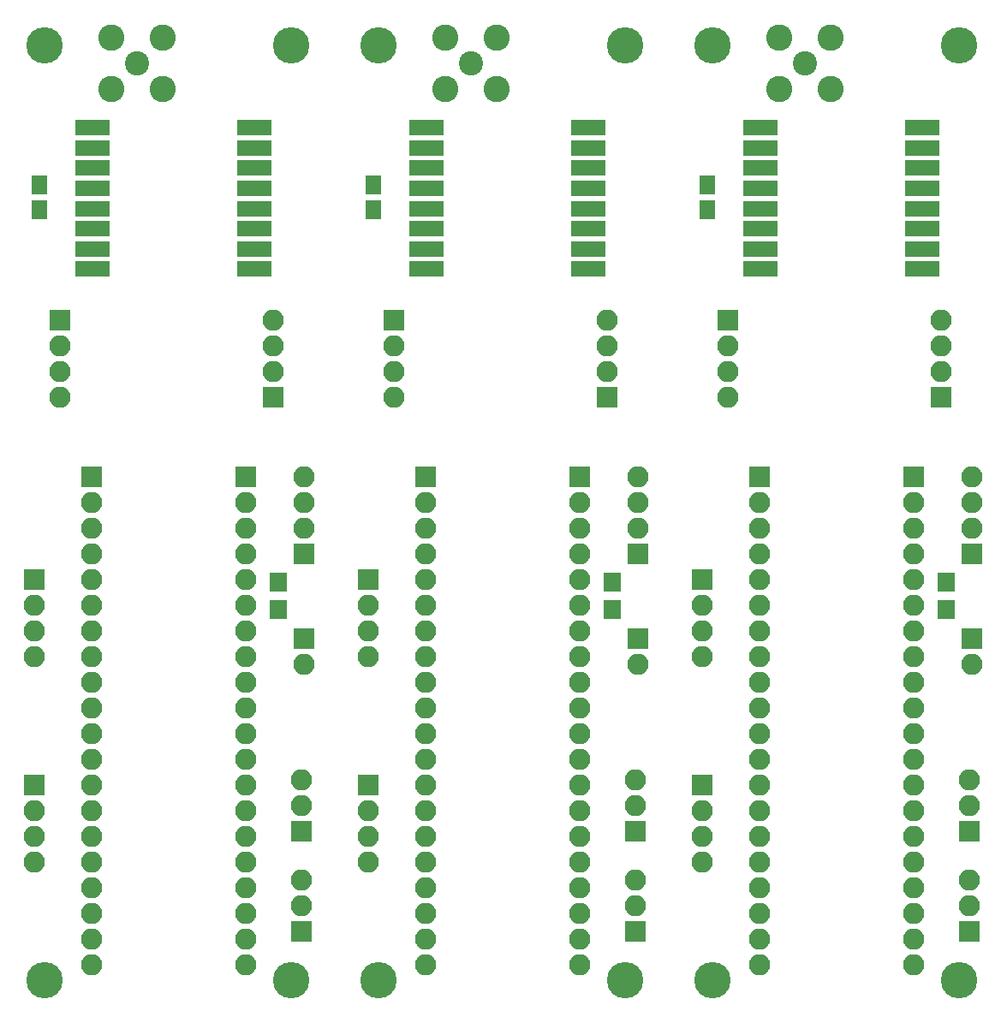
<source format=gts>
G04 #@! TF.FileFunction,Soldermask,Top*
%FSLAX46Y46*%
G04 Gerber Fmt 4.6, Leading zero omitted, Abs format (unit mm)*
G04 Created by KiCad (PCBNEW 4.0.6) date Tue Sep  5 22:17:11 2017*
%MOMM*%
%LPD*%
G01*
G04 APERTURE LIST*
%ADD10C,0.100000*%
%ADD11C,3.600000*%
%ADD12R,2.100000X2.100000*%
%ADD13O,2.100000X2.100000*%
%ADD14C,2.600000*%
%ADD15C,2.400000*%
%ADD16R,1.650000X1.900000*%
%ADD17R,3.500000X1.600000*%
%ADD18R,1.700000X1.900000*%
G04 APERTURE END LIST*
D10*
D11*
X54991000Y-28797000D03*
X54991000Y-121285000D03*
X79375000Y-121285000D03*
D12*
X80645000Y-79121000D03*
D13*
X80645000Y-76581000D03*
X80645000Y-74041000D03*
X80645000Y-71501000D03*
D12*
X53975000Y-101981000D03*
D13*
X53975000Y-104521000D03*
X53975000Y-107061000D03*
X53975000Y-109601000D03*
D12*
X53975000Y-81661000D03*
D13*
X53975000Y-84201000D03*
X53975000Y-86741000D03*
X53975000Y-89281000D03*
D12*
X59605000Y-71465000D03*
D13*
X59605000Y-74005000D03*
X59605000Y-76545000D03*
X59605000Y-79085000D03*
X59605000Y-81625000D03*
X59605000Y-84165000D03*
X59605000Y-86705000D03*
X59605000Y-89245000D03*
X59605000Y-91785000D03*
X59605000Y-94325000D03*
X59605000Y-96865000D03*
X59605000Y-99405000D03*
X59605000Y-101945000D03*
X59605000Y-104485000D03*
X59605000Y-107025000D03*
X59605000Y-109565000D03*
X59605000Y-112105000D03*
X59605000Y-114645000D03*
X59605000Y-117185000D03*
X59605000Y-119725000D03*
D12*
X80391000Y-116459000D03*
D13*
X80391000Y-113919000D03*
X80391000Y-111379000D03*
D12*
X77597000Y-63627000D03*
D13*
X77597000Y-61087000D03*
X77597000Y-58547000D03*
X77597000Y-56007000D03*
D12*
X74845000Y-71465000D03*
D13*
X74845000Y-74005000D03*
X74845000Y-76545000D03*
X74845000Y-79085000D03*
X74845000Y-81625000D03*
X74845000Y-84165000D03*
X74845000Y-86705000D03*
X74845000Y-89245000D03*
X74845000Y-91785000D03*
X74845000Y-94325000D03*
X74845000Y-96865000D03*
X74845000Y-99405000D03*
X74845000Y-101945000D03*
X74845000Y-104485000D03*
X74845000Y-107025000D03*
X74845000Y-109565000D03*
X74845000Y-112105000D03*
X74845000Y-114645000D03*
X74845000Y-117185000D03*
X74845000Y-119725000D03*
D12*
X56515000Y-56007000D03*
D13*
X56515000Y-58547000D03*
X56515000Y-61087000D03*
X56515000Y-63627000D03*
D12*
X80391000Y-106553000D03*
D13*
X80391000Y-104013000D03*
X80391000Y-101473000D03*
D14*
X61595000Y-33115000D03*
X61595000Y-28035000D03*
X66675000Y-28035000D03*
X66675000Y-33115000D03*
D15*
X64135000Y-30575000D03*
D16*
X54483000Y-45065000D03*
X54483000Y-42565000D03*
D11*
X79375000Y-28797000D03*
D17*
X59691000Y-50941000D03*
X59691000Y-48941000D03*
X59691000Y-46941000D03*
X59691000Y-44941000D03*
X59691000Y-42941000D03*
X59691000Y-40941000D03*
X59691000Y-38941000D03*
X59691000Y-36941000D03*
X75691000Y-36941000D03*
X75691000Y-38941000D03*
X75691000Y-40941000D03*
X75691000Y-42941000D03*
X75691000Y-44941000D03*
X75691000Y-46941000D03*
X75691000Y-48941000D03*
X75691000Y-50941000D03*
D12*
X80645000Y-87503000D03*
D13*
X80645000Y-90043000D03*
D18*
X78105000Y-81915000D03*
X78105000Y-84615000D03*
D11*
X88011000Y-28797000D03*
X88011000Y-121285000D03*
X112395000Y-121285000D03*
D12*
X113665000Y-79121000D03*
D13*
X113665000Y-76581000D03*
X113665000Y-74041000D03*
X113665000Y-71501000D03*
D12*
X86995000Y-101981000D03*
D13*
X86995000Y-104521000D03*
X86995000Y-107061000D03*
X86995000Y-109601000D03*
D12*
X86995000Y-81661000D03*
D13*
X86995000Y-84201000D03*
X86995000Y-86741000D03*
X86995000Y-89281000D03*
D12*
X92625000Y-71465000D03*
D13*
X92625000Y-74005000D03*
X92625000Y-76545000D03*
X92625000Y-79085000D03*
X92625000Y-81625000D03*
X92625000Y-84165000D03*
X92625000Y-86705000D03*
X92625000Y-89245000D03*
X92625000Y-91785000D03*
X92625000Y-94325000D03*
X92625000Y-96865000D03*
X92625000Y-99405000D03*
X92625000Y-101945000D03*
X92625000Y-104485000D03*
X92625000Y-107025000D03*
X92625000Y-109565000D03*
X92625000Y-112105000D03*
X92625000Y-114645000D03*
X92625000Y-117185000D03*
X92625000Y-119725000D03*
D12*
X113411000Y-116459000D03*
D13*
X113411000Y-113919000D03*
X113411000Y-111379000D03*
D12*
X110617000Y-63627000D03*
D13*
X110617000Y-61087000D03*
X110617000Y-58547000D03*
X110617000Y-56007000D03*
D12*
X107865000Y-71465000D03*
D13*
X107865000Y-74005000D03*
X107865000Y-76545000D03*
X107865000Y-79085000D03*
X107865000Y-81625000D03*
X107865000Y-84165000D03*
X107865000Y-86705000D03*
X107865000Y-89245000D03*
X107865000Y-91785000D03*
X107865000Y-94325000D03*
X107865000Y-96865000D03*
X107865000Y-99405000D03*
X107865000Y-101945000D03*
X107865000Y-104485000D03*
X107865000Y-107025000D03*
X107865000Y-109565000D03*
X107865000Y-112105000D03*
X107865000Y-114645000D03*
X107865000Y-117185000D03*
X107865000Y-119725000D03*
D12*
X89535000Y-56007000D03*
D13*
X89535000Y-58547000D03*
X89535000Y-61087000D03*
X89535000Y-63627000D03*
D12*
X113411000Y-106553000D03*
D13*
X113411000Y-104013000D03*
X113411000Y-101473000D03*
D14*
X94615000Y-33115000D03*
X94615000Y-28035000D03*
X99695000Y-28035000D03*
X99695000Y-33115000D03*
D15*
X97155000Y-30575000D03*
D16*
X87503000Y-45065000D03*
X87503000Y-42565000D03*
D11*
X112395000Y-28797000D03*
D17*
X92711000Y-50941000D03*
X92711000Y-48941000D03*
X92711000Y-46941000D03*
X92711000Y-44941000D03*
X92711000Y-42941000D03*
X92711000Y-40941000D03*
X92711000Y-38941000D03*
X92711000Y-36941000D03*
X108711000Y-36941000D03*
X108711000Y-38941000D03*
X108711000Y-40941000D03*
X108711000Y-42941000D03*
X108711000Y-44941000D03*
X108711000Y-46941000D03*
X108711000Y-48941000D03*
X108711000Y-50941000D03*
D12*
X113665000Y-87503000D03*
D13*
X113665000Y-90043000D03*
D18*
X111125000Y-81915000D03*
X111125000Y-84615000D03*
D11*
X121031000Y-28797000D03*
X121031000Y-121285000D03*
X145415000Y-121285000D03*
D12*
X146685000Y-79121000D03*
D13*
X146685000Y-76581000D03*
X146685000Y-74041000D03*
X146685000Y-71501000D03*
D12*
X120015000Y-101981000D03*
D13*
X120015000Y-104521000D03*
X120015000Y-107061000D03*
X120015000Y-109601000D03*
D12*
X120015000Y-81661000D03*
D13*
X120015000Y-84201000D03*
X120015000Y-86741000D03*
X120015000Y-89281000D03*
D12*
X125645000Y-71465000D03*
D13*
X125645000Y-74005000D03*
X125645000Y-76545000D03*
X125645000Y-79085000D03*
X125645000Y-81625000D03*
X125645000Y-84165000D03*
X125645000Y-86705000D03*
X125645000Y-89245000D03*
X125645000Y-91785000D03*
X125645000Y-94325000D03*
X125645000Y-96865000D03*
X125645000Y-99405000D03*
X125645000Y-101945000D03*
X125645000Y-104485000D03*
X125645000Y-107025000D03*
X125645000Y-109565000D03*
X125645000Y-112105000D03*
X125645000Y-114645000D03*
X125645000Y-117185000D03*
X125645000Y-119725000D03*
D12*
X146431000Y-116459000D03*
D13*
X146431000Y-113919000D03*
X146431000Y-111379000D03*
D12*
X143637000Y-63627000D03*
D13*
X143637000Y-61087000D03*
X143637000Y-58547000D03*
X143637000Y-56007000D03*
D12*
X140885000Y-71465000D03*
D13*
X140885000Y-74005000D03*
X140885000Y-76545000D03*
X140885000Y-79085000D03*
X140885000Y-81625000D03*
X140885000Y-84165000D03*
X140885000Y-86705000D03*
X140885000Y-89245000D03*
X140885000Y-91785000D03*
X140885000Y-94325000D03*
X140885000Y-96865000D03*
X140885000Y-99405000D03*
X140885000Y-101945000D03*
X140885000Y-104485000D03*
X140885000Y-107025000D03*
X140885000Y-109565000D03*
X140885000Y-112105000D03*
X140885000Y-114645000D03*
X140885000Y-117185000D03*
X140885000Y-119725000D03*
D12*
X122555000Y-56007000D03*
D13*
X122555000Y-58547000D03*
X122555000Y-61087000D03*
X122555000Y-63627000D03*
D12*
X146431000Y-106553000D03*
D13*
X146431000Y-104013000D03*
X146431000Y-101473000D03*
D14*
X127635000Y-33115000D03*
X127635000Y-28035000D03*
X132715000Y-28035000D03*
X132715000Y-33115000D03*
D15*
X130175000Y-30575000D03*
D16*
X120523000Y-45065000D03*
X120523000Y-42565000D03*
D11*
X145415000Y-28797000D03*
D17*
X125731000Y-50941000D03*
X125731000Y-48941000D03*
X125731000Y-46941000D03*
X125731000Y-44941000D03*
X125731000Y-42941000D03*
X125731000Y-40941000D03*
X125731000Y-38941000D03*
X125731000Y-36941000D03*
X141731000Y-36941000D03*
X141731000Y-38941000D03*
X141731000Y-40941000D03*
X141731000Y-42941000D03*
X141731000Y-44941000D03*
X141731000Y-46941000D03*
X141731000Y-48941000D03*
X141731000Y-50941000D03*
D12*
X146685000Y-87503000D03*
D13*
X146685000Y-90043000D03*
D18*
X144145000Y-81915000D03*
X144145000Y-84615000D03*
M02*

</source>
